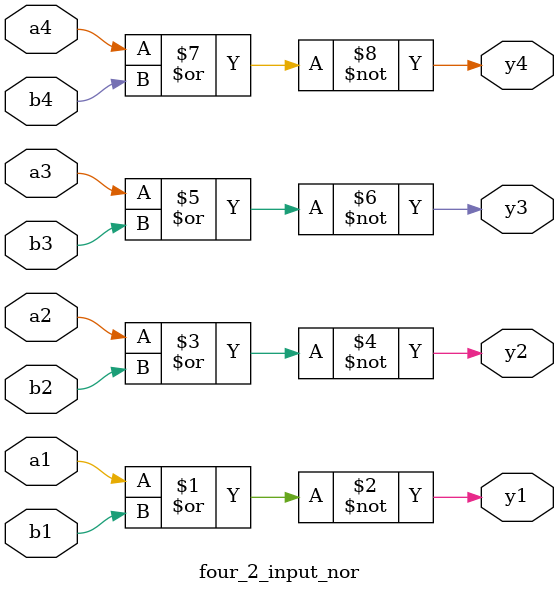
<source format=v>
`timescale 1ns / 1ps

module four_2_input_nor #(parameter DELAY = 10)(
    input wire a1,b1,a2,b2,a3,b3,a4,b4,
    output wire y1,y2,y3,y4
    );
    
    nor #DELAY (y1,a1,b1);
    nor #DELAY (y2,a2,b2);
    nor #DELAY (y3,a3,b3);
    nor #DELAY (y4,a4,b4);
    
endmodule

</source>
